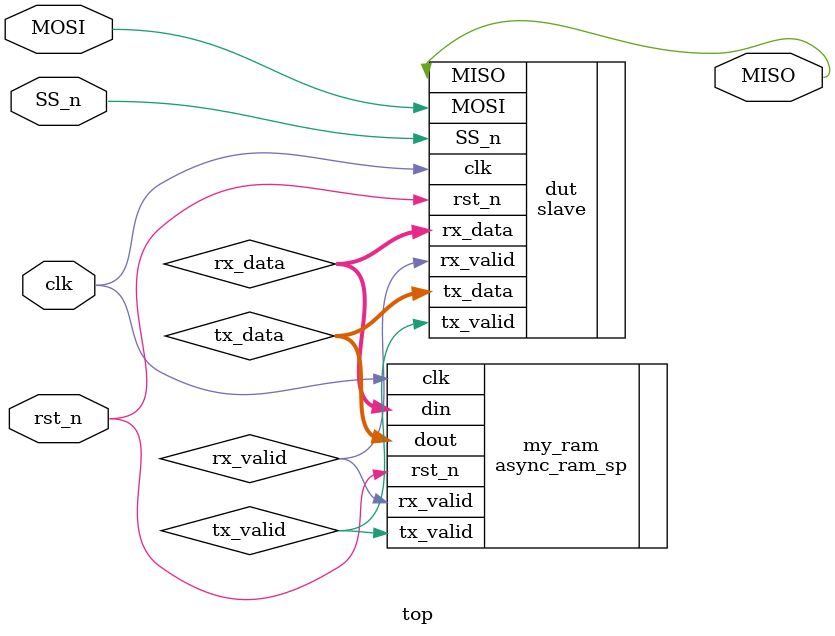
<source format=v>
module top (
    input clk, rst_n, MOSI, SS_n,
    output MISO
    );

// SPI receive interface
wire [9:0] rx_data; 
wire rx_valid;

// SPI transmit interface
wire [7:0] tx_data; 
wire tx_valid;

slave dut (
    .MOSI(MOSI), 
    .SS_n(SS_n), 
    .clk(clk), 
    .rst_n(rst_n), 
    .tx_valid(tx_valid), 
    .tx_data(tx_data), 
    .MISO(MISO), 
    .rx_valid(rx_valid), 
    .rx_data(rx_data)
    );
                
async_ram_sp my_ram (
    .din(rx_data),
    .dout(tx_data),
    .rx_valid(rx_valid),
    .tx_valid(tx_valid),
    .clk(clk),
    .rst_n(rst_n)
    );

endmodule
</source>
